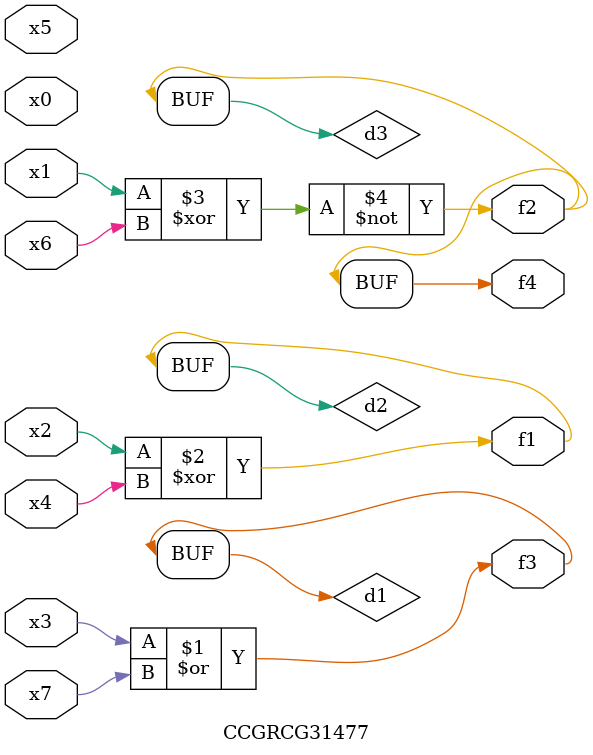
<source format=v>
module CCGRCG31477(
	input x0, x1, x2, x3, x4, x5, x6, x7,
	output f1, f2, f3, f4
);

	wire d1, d2, d3;

	or (d1, x3, x7);
	xor (d2, x2, x4);
	xnor (d3, x1, x6);
	assign f1 = d2;
	assign f2 = d3;
	assign f3 = d1;
	assign f4 = d3;
endmodule

</source>
